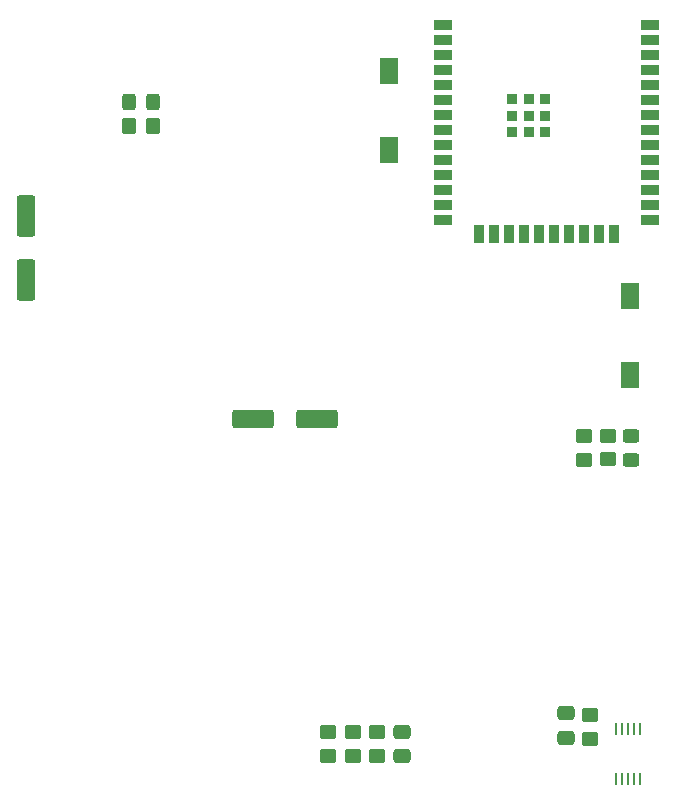
<source format=gbr>
%TF.GenerationSoftware,KiCad,Pcbnew,9.0.0*%
%TF.CreationDate,2025-03-11T10:11:04+01:00*%
%TF.ProjectId,PCB_Watersysteem,5043425f-5761-4746-9572-737973746565,rev?*%
%TF.SameCoordinates,Original*%
%TF.FileFunction,Paste,Top*%
%TF.FilePolarity,Positive*%
%FSLAX46Y46*%
G04 Gerber Fmt 4.6, Leading zero omitted, Abs format (unit mm)*
G04 Created by KiCad (PCBNEW 9.0.0) date 2025-03-11 10:11:04*
%MOMM*%
%LPD*%
G01*
G04 APERTURE LIST*
G04 Aperture macros list*
%AMRoundRect*
0 Rectangle with rounded corners*
0 $1 Rounding radius*
0 $2 $3 $4 $5 $6 $7 $8 $9 X,Y pos of 4 corners*
0 Add a 4 corners polygon primitive as box body*
4,1,4,$2,$3,$4,$5,$6,$7,$8,$9,$2,$3,0*
0 Add four circle primitives for the rounded corners*
1,1,$1+$1,$2,$3*
1,1,$1+$1,$4,$5*
1,1,$1+$1,$6,$7*
1,1,$1+$1,$8,$9*
0 Add four rect primitives between the rounded corners*
20,1,$1+$1,$2,$3,$4,$5,0*
20,1,$1+$1,$4,$5,$6,$7,0*
20,1,$1+$1,$6,$7,$8,$9,0*
20,1,$1+$1,$8,$9,$2,$3,0*%
G04 Aperture macros list end*
%ADD10R,1.500000X2.300000*%
%ADD11RoundRect,0.250000X0.350000X0.450000X-0.350000X0.450000X-0.350000X-0.450000X0.350000X-0.450000X0*%
%ADD12RoundRect,0.250000X-0.450000X0.350000X-0.450000X-0.350000X0.450000X-0.350000X0.450000X0.350000X0*%
%ADD13RoundRect,0.250000X-0.475000X0.337500X-0.475000X-0.337500X0.475000X-0.337500X0.475000X0.337500X0*%
%ADD14RoundRect,0.250000X0.325000X0.450000X-0.325000X0.450000X-0.325000X-0.450000X0.325000X-0.450000X0*%
%ADD15RoundRect,0.250000X-0.450000X0.325000X-0.450000X-0.325000X0.450000X-0.325000X0.450000X0.325000X0*%
%ADD16R,0.250000X1.100000*%
%ADD17RoundRect,0.250000X-1.500000X-0.550000X1.500000X-0.550000X1.500000X0.550000X-1.500000X0.550000X0*%
%ADD18R,1.500000X0.900000*%
%ADD19R,0.900000X1.500000*%
%ADD20R,0.900000X0.900000*%
%ADD21RoundRect,0.250000X0.550000X-1.500000X0.550000X1.500000X-0.550000X1.500000X-0.550000X-1.500000X0*%
G04 APERTURE END LIST*
D10*
%TO.C,SW2*%
X108200000Y-74050000D03*
X108200000Y-80750000D03*
%TD*%
D11*
%TO.C,R1*%
X67800000Y-59665000D03*
X65800000Y-59665000D03*
%TD*%
D12*
%TO.C,R4*%
X104800000Y-109537500D03*
X104800000Y-111537500D03*
%TD*%
%TO.C,R6*%
X84726750Y-111000000D03*
X84726750Y-113000000D03*
%TD*%
%TO.C,R5*%
X82600000Y-111000000D03*
X82600000Y-113000000D03*
%TD*%
D13*
%TO.C,C4*%
X88900000Y-110962500D03*
X88900000Y-113037500D03*
%TD*%
D14*
%TO.C,D1*%
X67825000Y-57665000D03*
X65775000Y-57665000D03*
%TD*%
D15*
%TO.C,D2*%
X108300000Y-85900000D03*
X108300000Y-87950000D03*
%TD*%
D16*
%TO.C,U3*%
X107000000Y-114987500D03*
X107500000Y-114987500D03*
X108000000Y-114987500D03*
X108500000Y-114987500D03*
X109000000Y-114987500D03*
X109000000Y-110687500D03*
X108500000Y-110687500D03*
X108000000Y-110687500D03*
X107500000Y-110687500D03*
X107000000Y-110687500D03*
%TD*%
D10*
%TO.C,SW1*%
X87800000Y-55020688D03*
X87800000Y-61720688D03*
%TD*%
D17*
%TO.C,C2*%
X76300000Y-84500000D03*
X81700000Y-84500000D03*
%TD*%
D18*
%TO.C,U2*%
X92350000Y-51080000D03*
X92350000Y-52350000D03*
X92350000Y-53620000D03*
X92350000Y-54890000D03*
X92350000Y-56160000D03*
X92350000Y-57430000D03*
X92350000Y-58700000D03*
X92350000Y-59970000D03*
X92350000Y-61240000D03*
X92350000Y-62510000D03*
X92350000Y-63780000D03*
X92350000Y-65050000D03*
X92350000Y-66320000D03*
X92350000Y-67590000D03*
D19*
X95390000Y-68840000D03*
X96660000Y-68840000D03*
X97930000Y-68840000D03*
X99200000Y-68840000D03*
X100470000Y-68840000D03*
X101740000Y-68840000D03*
X103010000Y-68840000D03*
X104280000Y-68840000D03*
X105550000Y-68840000D03*
X106820000Y-68840000D03*
D18*
X109850000Y-67590000D03*
X109850000Y-66320000D03*
X109850000Y-65050000D03*
X109850000Y-63780000D03*
X109850000Y-62510000D03*
X109850000Y-61240000D03*
X109850000Y-59970000D03*
X109850000Y-58700000D03*
X109850000Y-57430000D03*
X109850000Y-56160000D03*
X109850000Y-54890000D03*
X109850000Y-53620000D03*
X109850000Y-52350000D03*
X109850000Y-51080000D03*
D20*
X98200000Y-57400000D03*
X98200000Y-58800000D03*
X98200000Y-60200000D03*
X99600000Y-57400000D03*
X99600000Y-58800000D03*
X99600000Y-60200000D03*
X101000000Y-57400000D03*
X101000000Y-58800000D03*
X101000000Y-60200000D03*
%TD*%
D12*
%TO.C,R3*%
X106300000Y-85900000D03*
X106300000Y-87900000D03*
%TD*%
D13*
%TO.C,C3*%
X102800000Y-109400000D03*
X102800000Y-111475000D03*
%TD*%
D12*
%TO.C,R7*%
X86800000Y-111000000D03*
X86800000Y-113000000D03*
%TD*%
D21*
%TO.C,C1*%
X57000000Y-72700000D03*
X57000000Y-67300000D03*
%TD*%
D12*
%TO.C,R2*%
X104300000Y-85925000D03*
X104300000Y-87925000D03*
%TD*%
M02*

</source>
